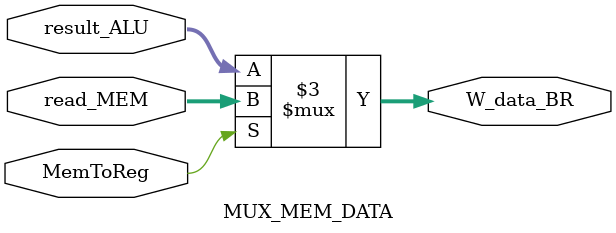
<source format=v>
module MUX_MEM_DATA (
	input [31:0] result_ALU,
	input [31:0] read_MEM,
	input MemToReg,
	output reg [31:0] W_data_BR
);

always @* begin
	if (MemToReg) begin
		W_data_BR <= read_MEM;
	end
	else begin
		W_data_BR <= result_ALU;
	end
end

endmodule


</source>
